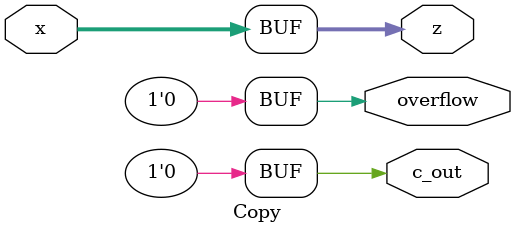
<source format=v>
`timescale 1ns / 1ps


module Copy(
// This module is quite redundant, but it makes the schematic look better I guess

input wire[5:0] x, // Our main input
output wire[5:0] z, // Our main output
output wire overflow,// Overflow flag
output wire c_out // Carry flag

    );
    
    // Quite literally just copy x to z
    assign z[0] = x[0];
     assign z[1] = x[1];
      assign z[2] = x[2];
       assign z[3] = x[3];
        assign z[4] = x[4];
         assign z[5] = x[5];
         // I like the diagnoal pattern
         
         // These flags aren't relevant
         assign c_out = 0;
         assign overflow = 0;
endmodule

</source>
